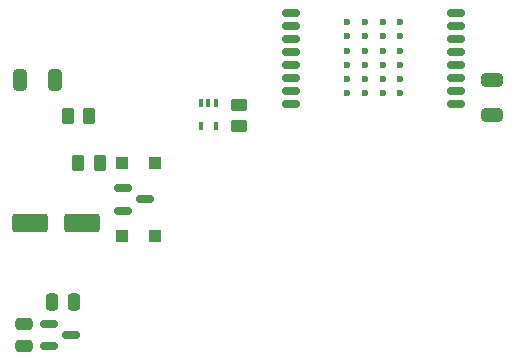
<source format=gbr>
%TF.GenerationSoftware,KiCad,Pcbnew,6.0.0-d3dd2cf0fa~116~ubuntu21.10.1*%
%TF.CreationDate,2022-01-01T15:31:34+02:00*%
%TF.ProjectId,moca-hcho,6d6f6361-2d68-4636-986f-2e6b69636164,v1.0*%
%TF.SameCoordinates,Original*%
%TF.FileFunction,Paste,Top*%
%TF.FilePolarity,Positive*%
%FSLAX46Y46*%
G04 Gerber Fmt 4.6, Leading zero omitted, Abs format (unit mm)*
G04 Created by KiCad (PCBNEW 6.0.0-d3dd2cf0fa~116~ubuntu21.10.1) date 2022-01-01 15:31:34*
%MOMM*%
%LPD*%
G01*
G04 APERTURE LIST*
G04 Aperture macros list*
%AMRoundRect*
0 Rectangle with rounded corners*
0 $1 Rounding radius*
0 $2 $3 $4 $5 $6 $7 $8 $9 X,Y pos of 4 corners*
0 Add a 4 corners polygon primitive as box body*
4,1,4,$2,$3,$4,$5,$6,$7,$8,$9,$2,$3,0*
0 Add four circle primitives for the rounded corners*
1,1,$1+$1,$2,$3*
1,1,$1+$1,$4,$5*
1,1,$1+$1,$6,$7*
1,1,$1+$1,$8,$9*
0 Add four rect primitives between the rounded corners*
20,1,$1+$1,$2,$3,$4,$5,0*
20,1,$1+$1,$4,$5,$6,$7,0*
20,1,$1+$1,$6,$7,$8,$9,0*
20,1,$1+$1,$8,$9,$2,$3,0*%
G04 Aperture macros list end*
%ADD10RoundRect,0.250000X-0.325000X-0.650000X0.325000X-0.650000X0.325000X0.650000X-0.325000X0.650000X0*%
%ADD11RoundRect,0.250000X0.250000X0.475000X-0.250000X0.475000X-0.250000X-0.475000X0.250000X-0.475000X0*%
%ADD12RoundRect,0.150000X-0.587500X-0.150000X0.587500X-0.150000X0.587500X0.150000X-0.587500X0.150000X0*%
%ADD13RoundRect,0.250000X1.250000X0.550000X-1.250000X0.550000X-1.250000X-0.550000X1.250000X-0.550000X0*%
%ADD14RoundRect,0.175000X-0.575000X-0.175000X0.575000X-0.175000X0.575000X0.175000X-0.575000X0.175000X0*%
%ADD15C,0.600000*%
%ADD16RoundRect,0.250000X-0.262500X-0.450000X0.262500X-0.450000X0.262500X0.450000X-0.262500X0.450000X0*%
%ADD17R,1.100000X1.100000*%
%ADD18RoundRect,0.250000X-0.450000X0.262500X-0.450000X-0.262500X0.450000X-0.262500X0.450000X0.262500X0*%
%ADD19RoundRect,0.250000X0.650000X-0.325000X0.650000X0.325000X-0.650000X0.325000X-0.650000X-0.325000X0*%
%ADD20RoundRect,0.250000X0.475000X-0.250000X0.475000X0.250000X-0.475000X0.250000X-0.475000X-0.250000X0*%
%ADD21RoundRect,0.250000X0.262500X0.450000X-0.262500X0.450000X-0.262500X-0.450000X0.262500X-0.450000X0*%
%ADD22R,0.400000X0.650000*%
G04 APERTURE END LIST*
D10*
%TO.C,C5*%
X70050000Y-85800000D03*
X73000000Y-85800000D03*
%TD*%
D11*
%TO.C,C2*%
X74650000Y-104600000D03*
X72750000Y-104600000D03*
%TD*%
D12*
%TO.C,U2*%
X72525000Y-106450000D03*
X72525000Y-108350000D03*
X74400000Y-107400000D03*
%TD*%
D13*
%TO.C,C1*%
X75300000Y-97900000D03*
X70900000Y-97900000D03*
%TD*%
D14*
%TO.C,U1*%
X93000000Y-80100000D03*
X93000000Y-81200000D03*
X93000000Y-82300000D03*
X93000000Y-83400000D03*
X93000000Y-84500000D03*
X93000000Y-85600000D03*
X93000000Y-86700000D03*
X93000000Y-87800000D03*
X107000000Y-87800000D03*
X107000000Y-86700000D03*
X107000000Y-85600000D03*
X107000000Y-84500000D03*
X107000000Y-83400000D03*
X107000000Y-82300000D03*
X107000000Y-81200000D03*
X107000000Y-80100000D03*
D15*
X97750000Y-80900000D03*
X97750000Y-82100000D03*
X97750000Y-83300000D03*
X97750000Y-84500000D03*
X97750000Y-85700000D03*
X97750000Y-86900000D03*
X99250000Y-80900000D03*
X99250000Y-82100000D03*
X99250000Y-83300000D03*
X99250000Y-84500000D03*
X99250000Y-85700000D03*
X99250000Y-86900000D03*
X100750000Y-80900000D03*
X100750000Y-82100000D03*
X100750000Y-83300000D03*
X100750000Y-84500000D03*
X100750000Y-85700000D03*
X100750000Y-86900000D03*
X102250000Y-80900000D03*
X102250000Y-82100000D03*
X102250000Y-83300000D03*
X102250000Y-84500000D03*
X102250000Y-85700000D03*
X102250000Y-86900000D03*
%TD*%
D16*
%TO.C,R3*%
X74087500Y-88800000D03*
X75912500Y-88800000D03*
%TD*%
D17*
%TO.C,D2*%
X81500000Y-99000000D03*
X78700000Y-99000000D03*
%TD*%
D18*
%TO.C,R2*%
X88600000Y-87875000D03*
X88600000Y-89700000D03*
%TD*%
D12*
%TO.C,Q1*%
X78762500Y-94950000D03*
X78762500Y-96850000D03*
X80637500Y-95900000D03*
%TD*%
D19*
%TO.C,C4*%
X110000000Y-88750000D03*
X110000000Y-85800000D03*
%TD*%
D17*
%TO.C,D1*%
X78700000Y-92800000D03*
X81500000Y-92800000D03*
%TD*%
D20*
%TO.C,C3*%
X70362500Y-108350000D03*
X70362500Y-106450000D03*
%TD*%
D21*
%TO.C,R1*%
X76825000Y-92800000D03*
X75000000Y-92800000D03*
%TD*%
D22*
%TO.C,U3*%
X86650000Y-87750000D03*
X86000000Y-87750000D03*
X85350000Y-87750000D03*
X85350000Y-89650000D03*
X86650000Y-89650000D03*
%TD*%
M02*

</source>
